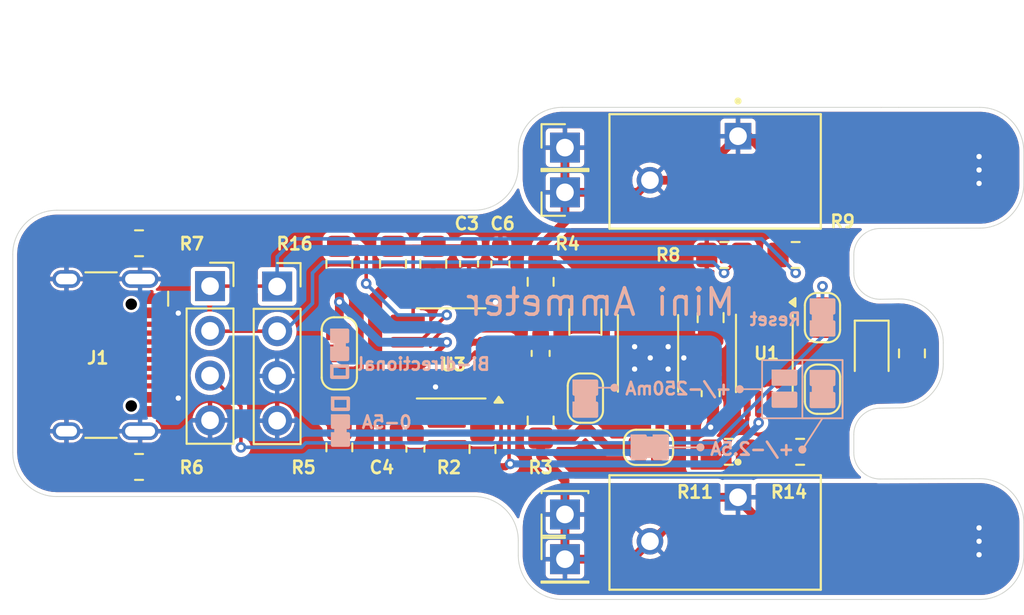
<source format=kicad_pcb>
(kicad_pcb (version 20240108) (generator "pcbnew") (generator_version "8.0")
  (layers (0 "F.Cu" signal) (31 "B.Cu" signal) (34 "B.Paste" user) (35 "F.Paste" user) (36 "B.SilkS" user "B.Silkscreen") (37 "F.SilkS" user "F.Silkscreen") (38 "B.Mask" user) (39 "F.Mask" user) (44 "Edge.Cuts" user))
  (net 0 "")
  (net 1 "GND")
  (net 2 "VCC")
  (net 3 "Net-(D1-K)")
  (net 4 "Net-(J1-CC2)")
  (net 5 "Net-(J1-CC1)")
  (net 6 "/SCK")
  (net 7 "/SDA")
  (net 8 "/+I")
  (net 9 "/COM")
  (net 10 "Net-(JP2-A)")
  (net 11 "Net-(JP3-A)")
  (net 12 "Net-(JP4-B)")
  (net 13 "AIN")
  (net 14 "/Gain_Flag")
  (net 15 "Net-(U3A-+)")
  (net 16 "Net-(U3A--)")
  (net 17 "Net-(U3B-+)")
  (net 18 "VREF")
  (net 19 "Net-(JP5-C)")
  (net 20 "Net-(U3B--)")
  (net 21 "/RST")
  (footprint "Resistor_SMD:R_0805_2012Metric_Pad1.20x1.40mm_HandSolder" (layer "F.Cu") (at 105.467 82.646 180)
    (property "Reference" "R6")
    (property "Value" "5.1k")
  )
  (footprint "Resistor_SMD:R_0805_2012Metric_Pad1.20x1.40mm_HandSolder" (layer "F.Cu") (at 143.002 81.788 180)
    (property "Reference" "R14")
    (property "Value" "4.7k")
  )
  (footprint "Jumper:SolderJumper-2_P1.3mm_Open_RoundedPad1.0x1.5mm" (layer "F.Cu") (at 130.81 78.74 -90)
    (property "Reference" "JP3" (hide yes))
    (property "Value" "Jumper_2_Small_Bridged" (hide yes))
  )
  (footprint "Connector_USB:USB_C_Receptacle_HCTL_HC-TYPE-C-16P-01A" (layer "F.Cu") (at 102.421 76.296 -90)
    (property "Reference" "J1")
    (property "Value" "USB_C_Receptacle_PowerOnly_24P" (hide yes))
  )
  (footprint "Resistor_SMD:R_0805_2012Metric_Pad1.20x1.40mm_HandSolder" (layer "F.Cu") (at 116.84 71.12 90)
    (property "Reference" "R16")
    (property "Value" "10k")
  )
  (footprint "Resistor_SMD:R_0805_2012Metric_Pad1.20x1.40mm_HandSolder" (layer "F.Cu") (at 138.954 81.788 180)
    (property "Reference" "R11")
    (property "Value" "4.7k")
  )
  (footprint "Connector_PinSocket_2.54mm:PinSocket_1x01_P2.54mm_Vertical" (layer "F.Cu") (at 129.65 67.056 180)
    (property "Reference" "J5" (hide yes))
    (property "Value" "Conn_01x01_Pin" (hide yes))
  )
  (footprint "Capacitor_SMD:C_0603_1608Metric_Pad1.08x0.95mm_HandSolder" (layer "F.Cu") (at 121.158 81.6345 90)
    (property "Reference" "C4")
    (property "Value" "100nF")
  )
  (footprint "Resistor_SMD:R_0805_2012Metric_Pad1.20x1.40mm_HandSolder" (layer "F.Cu") (at 124.968 81.6345 -90)
    (property "Reference" "R2")
    (property "Value" "100k")
  )
  (footprint "Resistor_SMD:R_0805_2012Metric_Pad1.20x1.40mm_HandSolder" (layer "F.Cu") (at 138.7 70.612)
    (property "Reference" "R8")
    (property "Value" "4.7k")
  )
  (footprint "Jumper:SolderJumper-3_P1.3mm_Bridged12_RoundedPad1.0x1.5mm_NumberLabels" (layer "F.Cu") (at 116.84 76.2 -90)
    (property "Reference" "JP5" (hide yes))
    (property "Value" "SolderJumper_3_Open" (hide yes))
  )
  (footprint "Jumper:SolderJumper-2_P1.3mm_Open_RoundedPad1.0x1.5mm" (layer "F.Cu") (at 134.389871 81.534 180)
    (property "Reference" "JP2" (hide yes))
    (property "Value" "Jumper_2_Small_Bridged" (hide yes))
  )
  (footprint "Resistor_SMD:R_0805_2012Metric_Pad1.20x1.40mm_HandSolder" (layer "F.Cu") (at 128.27 80.01 90)
    (property "Reference" "R3")
    (property "Value" "10k")
  )
  (footprint "Jumper:SolderJumper-2_P1.3mm_Open_RoundedPad1.0x1.5mm" (layer "F.Cu") (at 144.272 74.168 90)
    (property "Reference" "JP1" (hide yes))
    (property "Value" "Jumper_2_Small_Bridged" (hide yes))
  )
  (footprint "Connector_PinSocket_2.54mm:PinSocket_1x04_P2.54mm_Vertical" (layer "F.Cu") (at 113.309 72.4)
    (property "Reference" "J2" (hide yes))
    (property "Value" "Conn_01x04" (hide yes))
  )
  (footprint "Connector_PinSocket_2.54mm:PinSocket_1x01_P2.54mm_Vertical" (layer "F.Cu") (at 129.65 85.344 180)
    (property "Reference" "J4" (hide yes))
    (property "Value" "Conn_01x01_Pin" (hide yes))
  )
  (footprint "Capacitor_SMD:C_0603_1608Metric_Pad1.08x0.95mm_HandSolder" (layer "F.Cu") (at 128.27 76.2 90)
    (property "Reference" "C5" (hide yes))
    (property "Value" "47nF")
  )
  (footprint "Resistor_SMD:R_0805_2012Metric_Pad1.20x1.40mm_HandSolder" (layer "F.Cu") (at 122.174 71.12 90)
    (property "Reference" "R15" (hide yes))
    (property "Value" "20k")
  )
  (footprint "Connector_PinHeader_2.54mm:PinHeader_1x01_P2.54mm_Vertical" (layer "F.Cu") (at 129.65 87.884)
    (property "Reference" "J9" (hide yes))
    (property "Value" "Conn_01x01_Pin")
  )
  (footprint "Capacitor_SMD:C_0805_2012Metric_Pad1.18x1.45mm_HandSolder" (layer "F.Cu") (at 137.922 74.168 90)
    (property "Reference" "C1" (hide yes))
    (property "Value" "100uF")
  )
  (footprint "Resistor_SMD:R_0805_2012Metric_Pad1.20x1.40mm_HandSolder" (layer "F.Cu") (at 105.467 69.946 180)
    (property "Reference" "R7")
    (property "Value" "5.1k")
  )
  (footprint "Connector_PinSocket_2.54mm:PinSocket_1x04_P2.54mm_Vertical" (layer "F.Cu") (at 109.499 72.38)
    (property "Reference" "J3" (hide yes))
    (property "Value" "Conn_01x04" (hide yes))
  )
  (footprint "Jumper:SolderJumper-2_P1.3mm_Open_RoundedPad1.0x1.5mm" (layer "F.Cu") (at 144.272 78.232 -90)
    (property "Reference" "JP4" (hide yes))
    (property "Value" "Jumper_2_Small_Bridged" (hide yes))
  )
  (footprint "Capacitor_SMD:C_0603_1608Metric_Pad1.08x0.95mm_HandSolder" (layer "F.Cu") (at 124.206 71.12 -90)
    (property "Reference" "C6")
    (property "Value" "100nF")
  )
  (footprint "Package_SO:TSSOP-8_4.4x3mm_P0.65mm" (layer "F.Cu") (at 140.97 76.2 -90)
    (property "Reference" "U1")
    (property "Value" "ATtiny45V-10X" (hide yes))
  )
  (footprint "Resistor_SMD:R_0805_2012Metric_Pad1.20x1.40mm_HandSolder" (layer "F.Cu") (at 128.27 72.136 -90)
    (property "Reference" "R4")
    (property "Value" "10k")
  )
  (footprint "components:PHOENIX_1990009" (layer "F.Cu") (at 144.176 89.618 90)
    (property "Reference" "J7" (hide yes))
    (property "Value" "1990009")
  )
  (footprint "Resistor_SMD:R_2512_6332Metric_Pad1.40x3.35mm_HandSolder" (layer "F.Cu") (at 134.366 76.2 90)
    (property "Reference" "R1" (hide yes))
    (property "Value" "0.1")
  )
  (footprint "Connector_PinHeader_2.54mm:PinHeader_1x01_P2.54mm_Vertical" (layer "F.Cu") (at 129.65 64.516)
    (property "Reference" "J8" (hide yes))
    (property "Value" "Conn_01x01_Pin")
  )
  (footprint "Package_SO:SOIC-8_3.9x4.9mm_P1.27mm" (layer "F.Cu") (at 123.19 76.2 180)
    (property "Reference" "U3")
    (property "Value" "TLV9062xD")
  )
  (footprint "components:PHOENIX_1990009" (layer "F.Cu") (at 144.176 69.118 90)
    (property "Reference" "J6" (hide yes))
    (property "Value" "1990009")
  )
  (footprint "Capacitor_SMD:C_0603_1608Metric_Pad1.08x0.95mm_HandSolder" (layer "F.Cu") (at 125.984 71.12 90)
    (property "Reference" "C3")
    (property "Value" "100nF")
  )
  (footprint "LED_SMD:LED_0805_2012Metric_Pad1.15x1.40mm_HandSolder" (layer "F.Cu") (at 147.066 76.2 -90)
    (property "Reference" "D1" (hide yes))
    (property "Value" "LED")
  )
  (footprint "Resistor_SMD:R_0805_2012Metric_Pad1.20x1.40mm_HandSolder" (layer "F.Cu") (at 149.352 76.2 90)
    (property "Reference" "R12" (hide yes))
    (property "Value" "2.2k")
  )
  (footprint "Resistor_SMD:R_0805_2012Metric_Pad1.20x1.40mm_HandSolder" (layer "F.Cu") (at 142.748 70.612 180)
    (property "Reference" "R9")
    (property "Value" "4.7k")
  )
  (footprint "Capacitor_SMD:C_0603_1608Metric_Pad1.08x0.95mm_HandSolder" (layer "F.Cu") (at 137.922 78.486 -90)
    (property "Reference" "C2" (hide yes))
    (property "Value" "100nF")
  )
  (footprint "Resistor_SMD:R_0805_2012Metric_Pad1.20x1.40mm_HandSolder" (layer "F.Cu") (at 119.888 71.12 -90)
    (property "Reference" "R13" (hide yes))
    (property "Value" "20k")
  )
  (footprint "Resistor_SMD:R_1206_3216Metric_Pad1.30x1.75mm_HandSolder" (layer "F.Cu") (at 130.81 74.422 90)
    (property "Reference" "R10" (hide yes))
    (property "Value" "1" (hide yes))
  )
  (footprint "Resistor_SMD:R_0805_2012Metric_Pad1.20x1.40mm_HandSolder" (layer "F.Cu") (at 116.84 81.534 -90)
    (property "Reference" "R5")
    (property "Value" "100k")
  )
  (gr_circle (center 132.461 78.149381) (end 132.334 78.276381) (stroke (width 0.1)) (fill solid) (layer "B.SilkS"))
  (gr_rect (start 140.843 76.581) (end 145.415 79.883) (stroke (width 0.1)) (fill none) (layer "B.SilkS"))
  (gr_rect (start 116.413758 76.919514) (end 117.302758 77.554514) (stroke (width 0.2)) (fill none) (layer "B.SilkS"))
  (gr_rect (start 143.643472 78.486) (end 144.907 79.209957) (stroke (width 0.2)) (fill solid) (layer "B.SilkS"))
  (gr_rect (start 143.764 77.9145) (end 144.78 78.5495) (stroke (width 0.2)) (fill solid) (layer "B.SilkS"))
  (gr_circle (center 143.129 81.661) (end 143.002 81.788) (stroke (width 0.1)) (fill solid) (layer "B.SilkS"))
  (gr_rect (start 116.604258 75.522514) (end 117.112258 76.157514) (stroke (width 0.2)) (fill solid) (layer "B.SilkS"))
  (gr_rect (start 130.175 77.781064) (end 131.438528 78.505021) (stroke (width 0.2)) (fill solid) (layer "B.SilkS"))
  (gr_rect (start 130.295528 78.460543) (end 131.311528 79.095543) (stroke (width 0.2)) (fill solid) (layer "B.SilkS"))
  (gr_rect (start 130.175 79.032043) (end 131.438528 79.756) (stroke (width 0.2)) (fill solid) (layer "B.SilkS"))
  (gr_line (start 135.324936 81.534) (end 137.414 81.534) (stroke (width 0.1)) (layer "B.SilkS"))
  (gr_circle (center 139.573 78.232) (end 139.446 78.359) (stroke (width 0.1)) (fill solid) (layer "B.SilkS"))
  (gr_rect (start 116.459 78.74) (end 117.348 79.375) (stroke (width 0.2)) (fill none) (layer "B.SilkS"))
  (gr_rect (start 141.481236 78.466979) (end 142.744764 79.190936) (stroke (width 0.2)) (fill solid) (layer "B.SilkS"))
  (gr_rect (start 116.413758 75.903514) (end 117.302758 76.538514) (stroke (width 0.2)) (fill solid) (layer "B.SilkS"))
  (gr_rect (start 116.413758 74.887514) (end 117.302758 75.522514) (stroke (width 0.2)) (fill solid) (layer "B.SilkS"))
  (gr_line (start 140.843 78.232) (end 139.573 78.232) (stroke (width 0.1)) (layer "B.SilkS"))
  (gr_rect (start 141.481236 77.216) (end 142.744764 77.939957) (stroke (width 0.2)) (fill solid) (layer "B.SilkS"))
  (gr_rect (start 143.764 73.8505) (end 144.78 74.4855) (stroke (width 0.2)) (fill solid) (layer "B.SilkS"))
  (gr_rect (start 143.129 76.581) (end 145.415 79.883) (stroke (width 0.1)) (fill none) (layer "B.SilkS"))
  (gr_rect (start 143.643472 77.235021) (end 144.907 77.958978) (stroke (width 0.2)) (fill solid) (layer "B.SilkS"))
  (gr_rect (start 116.459 79.756) (end 117.348 80.391) (stroke (width 0.2)) (fill solid) (layer "B.SilkS"))
  (gr_rect (start 134.727979 80.899) (end 135.451936 82.162528) (stroke (width 0.2)) (fill solid) (layer "B.SilkS"))
  (gr_rect (start 143.643472 74.422) (end 144.907 75.145957) (stroke (width 0.2)) (fill solid) (layer "B.SilkS"))
  (gr_rect (start 133.477 80.899) (end 134.200957 82.162528) (stroke (width 0.2)) (fill solid) (layer "B.SilkS"))
  (gr_rect (start 134.137457 81.019528) (end 134.772457 82.035528) (stroke (width 0.2)) (fill solid) (layer "B.SilkS"))
  (gr_rect (start 116.6495 80.137) (end 117.1575 80.772) (stroke (width 0.2)) (fill solid) (layer "B.SilkS"))
  (gr_line (start 130.429 78.143043) (end 132.461 78.149381) (stroke (width 0.1)) (layer "B.SilkS"))
  (gr_circle (center 137.339605 81.534) (end 137.212605 81.661) (stroke (width 0.1)) (fill solid) (layer "B.SilkS"))
  (gr_rect (start 116.459 80.772) (end 117.348 81.407) (stroke (width 0.2)) (fill solid) (layer "B.SilkS"))
  (gr_line (start 144.272 79.883) (end 143.129 81.661) (stroke (width 0.1)) (layer "B.SilkS"))
  (gr_rect (start 143.643472 73.171021) (end 144.907 73.894978) (stroke (width 0.2)) (fill solid) (layer "B.SilkS"))
  (gr_arc (start 155.702 66.588) (mid 154.969767 68.355767) (end 153.219285 69.08794) (stroke (width 0.05)) (layer "Edge.Cuts"))
  (gr_arc (start 148.576163 73.109079) (mid 150.384129 73.827199) (end 151.13 75.6085) (stroke (width 0.05)) (layer "Edge.Cuts"))
  (gr_arc (start 98.298 70.572) (mid 99.030233 68.804233) (end 100.798 68.072) (stroke (width 0.05)) (layer "Edge.Cuts"))
  (gr_arc (start 155.702 87.67) (mid 154.969767 89.437767) (end 153.202 90.17) (stroke (width 0.05)) (layer "Edge.Cuts"))
  (gr_arc (start 147.550217 73.127998) (mid 146.48934 72.68866) (end 146.050003 71.628) (stroke (width 0.05)) (layer "Edge.Cuts"))
  (gr_line (start 129.5 62.23) (end 147.614 62.23) (stroke (width 0.05)) (layer "Edge.Cuts"))
  (gr_line (start 147.614 90.17) (end 148.59 90.17) (stroke (width 0.05)) (layer "Edge.Cuts"))
  (gr_line (start 155.702 64.73) (end 155.702 66.588) (stroke (width 0.05)) (layer "Edge.Cuts"))
  (gr_arc (start 100.798 84.328) (mid 99.030233 83.595767) (end 98.298 81.828) (stroke (width 0.05)) (layer "Edge.Cuts"))
  (gr_line (start 153.219285 69.08794) (end 147.550021 69.1075) (stroke (width 0.05)) (layer "Edge.Cuts"))
  (gr_arc (start 127 65.572) (mid 126.267767 67.339767) (end 124.5 68.072) (stroke (width 0.05)) (layer "Edge.Cuts"))
  (gr_arc (start 151.13 76.7915) (mid 150.397798 78.559235) (end 148.630094 79.2915) (stroke (width 0.05)) (layer "Edge.Cuts"))
  (gr_arc (start 146.05 80.811) (mid 146.48934 79.75034) (end 147.519376 79.311313) (stroke (width 0.05)) (layer "Edge.Cuts"))
  (gr_line (start 147.614 90.17) (end 129.5 90.17) (stroke (width 0.05)) (layer "Edge.Cuts"))
  (gr_line (start 127 87.67) (end 127 86.828) (stroke (width 0.05)) (layer "Edge.Cuts"))
  (gr_line (start 98.298 81.828) (end 98.298 70.572) (stroke (width 0.05)) (layer "Edge.Cuts"))
  (gr_line (start 148.59 62.23) (end 153.202 62.23) (stroke (width 0.05)) (layer "Edge.Cuts"))
  (gr_line (start 148.630094 79.2915) (end 147.519376 79.311313) (stroke (width 0.05)) (layer "Edge.Cuts"))
  (gr_line (start 151.13 75.6085) (end 151.13 76.7915) (stroke (width 0.05)) (layer "Edge.Cuts"))
  (gr_arc (start 124.5 84.328) (mid 126.267767 85.060233) (end 127 86.828) (stroke (width 0.05)) (layer "Edge.Cuts"))
  (gr_line (start 153.202 90.17) (end 148.59 90.17) (stroke (width 0.05)) (layer "Edge.Cuts"))
  (gr_line (start 148.59 62.23) (end 147.614 62.23) (stroke (width 0.05)) (layer "Edge.Cuts"))
  (gr_arc (start 153.202594 83.311998) (mid 154.969767 84.044233) (end 155.702002 85.812) (stroke (width 0.05)) (layer "Edge.Cuts"))
  (gr_arc (start 127 64.73) (mid 127.732233 62.962233) (end 129.5 62.23) (stroke (width 0.05)) (layer "Edge.Cuts"))
  (gr_line (start 100.798 68.072) (end 124.5 68.072) (stroke (width 0.05)) (layer "Edge.Cuts"))
  (gr_arc (start 147.549979 83.3315) (mid 146.48934 82.89216) (end 146.050001 81.8315) (stroke (width 0.05)) (layer "Edge.Cuts"))
  (gr_line (start 148.576163 73.109079) (end 147.550217 73.127998) (stroke (width 0.05)) (layer "Edge.Cuts"))
  (gr_line (start 127 65.572) (end 127 64.73) (stroke (width 0.05)) (layer "Edge.Cuts"))
  (gr_line (start 155.702 85.812) (end 155.702 87.67) (stroke (width 0.05)) (layer "Edge.Cuts"))
  (gr_arc (start 129.5 90.17) (mid 127.732233 89.437767) (end 127 87.67) (stroke (width 0.05)) (layer "Edge.Cuts"))
  (gr_arc (start 153.202 62.23) (mid 154.969767 62.962233) (end 155.702 64.73) (stroke (width 0.05)) (layer "Edge.Cuts"))
  (gr_line (start 147.549979 83.3315) (end 153.202594 83.311998) (stroke (width 0.05)) (layer "Edge.Cuts"))
  (gr_line (start 146.05 80.811) (end 146.05 81.8315) (stroke (width 0.05)) (layer "Edge.Cuts"))
  (gr_line (start 146.05 70.6075) (end 146.05 71.628) (stroke (width 0.05)) (layer "Edge.Cuts"))
  (gr_arc (start 146.05 70.6075) (mid 146.48934 69.54684) (end 147.550021 69.1075) (stroke (width 0.05)) (layer "Edge.Cuts"))
  (gr_line (start 124.5 84.328) (end 100.798 84.328) (stroke (width 0.05)) (layer "Edge.Cuts"))
  (gr_text "+/-250mA" (at 139.192 78.613 0) (layer "B.SilkS") (effects (font (size 0.7 0.7) (thickness 0.15) (bold yes)) (justify left bottom mirror)))
  (gr_text "Reset" (at 143.129 74.676 0) (layer "B.SilkS") (effects (font (size 0.7 0.7) (thickness 0.15) (bold yes)) (justify left bottom mirror)))
  (gr_text "Bi-directional" (at 125.476 77.216 0) (layer "B.SilkS") (effects (font (size 0.7 0.7) (thickness 0.15) (bold yes)) (justify left bottom mirror)))
  (gr_text "+/-2.5A" (at 142.748 82.042 0) (layer "B.SilkS") (effects (font (size 0.7 0.7) (thickness 0.15) (bold yes)) (justify left bottom mirror)))
  (gr_text "0-5A" (at 121.031 80.518 0) (layer "B.SilkS") (effects (font (size 0.7 0.7) (thickness 0.15) (bold yes)) (justify left bottom mirror)))
  (gr_text "Mini Ammeter" (at 139.446 74.168 0) (layer "B.SilkS") (effects (font (size 1.5 1.5) (thickness 0.2) (bold yes)) (justify left bottom mirror)))
  (segment (start 122.3115 71.9825) (end 122.174 72.12) (width 0.2) (layer "F.Cu") (net 1))
  (segment (start 125.704 74.192) (end 125.704 73.294514) (width 0.2) (layer "F.Cu") (net 1))
  (segment (start 137.922 79.3485) (end 137.922 80.391) (width 0.4) (layer "F.Cu") (net 1))
  (via (at 125.704 73.294514) (size 0.6) (drill 0.3) (layers "F.Cu" "B.Cu") (net 1))
  (via (at 137.922 80.391) (size 0.6) (drill 0.3) (layers "F.Cu" "B.Cu") (net 1))
  (segment (start 120.372 78.002) (end 120.611997 78.002) (width 0.2) (layer "F.Cu") (net 2))
  (segment (start 119.761002 78.105002) (end 120.714999 78.105002) (width 0.8) (layer "F.Cu") (net 2))
  (segment (start 122.300992 78.105002) (end 122.300994 78.105) (width 0.2) (layer "F.Cu") (net 2))
  (segment (start 137.922 77.6235) (end 137.921992 77.623508) (width 0.2) (layer "F.Cu") (net 2))
  (segment (start 113.309 77.48) (end 113.309 77.571744) (width 0.2) (layer "F.Cu") (net 2))
  (segment (start 147.066 77.225) (end 146.821 77.225) (width 0.2) (layer "F.Cu") (net 2))
  (segment (start 106.166 73.896) (end 106.69841 73.896) (width 0.2) (layer "F.Cu") (net 2))
  (segment (start 118.872 73.136) (end 118.872 77.216) (width 0.8) (layer "F.Cu") (net 2))
  (segment (start 120.611997 78.002) (end 120.714999 78.105002) (width 0.2) (layer "F.Cu") (net 2))
  (segment (start 118.872 77.216) (end 119.761002 78.105002) (width 0.8) (layer "F.Cu") (net 2))
  (segment (start 107.652 78.696) (end 107.696 78.74) (width 0.2) (layer "F.Cu") (net 2))
  (segment (start 120.714999 78.105002) (end 122.300992 78.105002) (width 0.2) (layer "F.Cu") (net 2))
  (segment (start 119.888 72.12) (end 118.872 73.136) (width 0.8) (layer "F.Cu") (net 2))
  (segment (start 106.166 73.896) (end 107.678 73.896) (width 0.3) (layer "F.Cu") (net 2))
  (segment (start 106.166 78.696) (end 107.652 78.696) (width 0.3) (layer "F.Cu") (net 2))
  (segment (start 107.678 73.896) (end 107.696 73.914) (width 0.2) (layer "F.Cu") (net 2))
  (via (at 133.604 75.819) (size 0.6) (drill 0.3) (layers "F.Cu" "B.Cu") (net 2))
  (via (at 135.509 77.089) (size 0.6) (drill 0.3) (layers "F.Cu" "B.Cu") (net 2))
  (via (at 107.696 78.74) (size 0.6) (drill 0.3) (layers "F.Cu" "B.Cu") (net 2))
  (via (at 122.300994 78.105) (size 0.6) (drill 0.3) (layers "F.Cu" "B.Cu") (net 2))
  (via (at 135.509 75.819) (size 0.6) (drill 0.3) (layers "F.Cu" "B.Cu") (net 2))
  (via (at 107.696 73.914) (size 0.6) (drill 0.3) (layers "F.Cu" "B.Cu") (net 2))
  (via (at 133.604 77.089) (size 0.6) (drill 0.3) (layers "F.Cu" "B.Cu") (net 2))
  (via (at 134.493 76.454) (size 0.6) (drill 0.3) (layers "F.Cu" "B.Cu") (net 2))
  (via (at 136.398 76.454) (size 0.6) (drill 0.3) (layers "F.Cu" "B.Cu") (net 2))
  (segment (start 149.327 75.175) (end 149.352 75.2) (width 0.2) (layer "F.Cu") (net 3))
  (segment (start 147.091 75.175) (end 147.066 75.2) (width 0.2) (layer "F.Cu") (net 3))
  (segment (start 147.066 75.175) (end 149.327 75.175) (width 0.2) (layer "F.Cu") (net 3))
  (segment (start 104.467 82.646) (end 103.632 81.811) (width 0.2) (layer "F.Cu") (net 4))
  (segment (start 103.632 81.811) (end 103.632 79.502) (width 0.2) (layer "F.Cu") (net 4))
  (segment (start 105.088 78.046) (end 106.166 78.046) (width 0.2) (layer "F.Cu") (net 4))
  (segment (start 103.632 79.502) (end 105.088 78.046) (width 0.2) (layer "F.Cu") (net 4))
  (segment (start 104.467 69.946) (end 103.632 70.781) (width 0.2) (layer "F.Cu") (net 5))
  (segment (start 103.632 73.66) (end 105.018 75.046) (width 0.2) (layer "F.Cu") (net 5))
  (segment (start 103.632 70.781) (end 103.632 73.66) (width 0.2) (layer "F.Cu") (net 5))
  (segment (start 105.018 75.046) (end 106.166 75.046) (width 0.2) (layer "F.Cu") (net 5))
  (segment (start 109.284 74.92) (end 109.304 74.94) (width 0.2) (layer "F.Cu") (net 6))
  (segment (start 108.784 74.92) (end 109.284 74.92) (width 0.2) (layer "F.Cu") (net 6))
  (segment (start 139.7 70.612) (end 140.645 71.557) (width 0.2) (layer "F.Cu") (net 6))
  (segment (start 109.304 74.94) (end 113.309 74.94) (width 0.2) (layer "F.Cu") (net 6))
  (segment (start 138.684 71.628) (end 139.7 70.612) (width 0.2) (layer "F.Cu") (net 6))
  (segment (start 140.645 71.557) (end 140.645 73.3375) (width 0.2) (layer "F.Cu") (net 6))
  (via (at 138.684 71.628) (size 0.6) (drill 0.3) (layers "F.Cu" "B.Cu") (net 6))
  (segment (start 115.316 71.628) (end 115.9256 71.0184) (width 0.2) (layer "B.Cu") (net 6))
  (segment (start 113.309 74.94) (end 113.7312 74.94) (width 0.2) (layer "B.Cu") (net 6))
  (segment (start 115.316 73.3552) (end 115.316 71.628) (width 0.2) (layer "B.Cu") (net 6))
  (segment (start 113.7312 74.94) (end 115.316 73.3552) (width 0.2) (layer "B.Cu") (net 6))
  (segment (start 138.0744 71.0184) (end 138.684 71.628) (width 0.2) (layer "B.Cu") (net 6))
  (segment (start 115.9256 71.0184) (end 138.0744 71.0184) (width 0.2) (layer "B.Cu") (net 6))
  (segment (start 108.784 72.38) (end 113.289 72.38) (width 0.2) (layer "F.Cu") (net 7))
  (segment (start 141.748 70.612) (end 141.295 71.065) (width 0.2) (layer "F.Cu") (net 7))
  (segment (start 141.295 71.065) (end 141.295 73.3375) (width 0.2) (layer "F.Cu") (net 7))
  (segment (start 142.748 71.628038) (end 142.748 71.612) (width 0.2) (layer "F.Cu") (net 7))
  (segment (start 142.748 71.612) (end 141.748 70.612) (width 0.2) (layer "F.Cu") (net 7))
  (segment (start 113.289 72.38) (end 113.309 72.4) (width 0.2) (layer "F.Cu") (net 7))
  (via (at 142.748 71.628038) (size 0.6) (drill 0.3) (layers "F.Cu" "B.Cu") (net 7))
  (segment (start 140.817562 69.6976) (end 142.748 71.628038) (width 0.2) (layer "B.Cu") (net 7))
  (segment (start 113.309 72.4) (end 113.309 70.714) (width 0.2) (layer "B.Cu") (net 7))
  (segment (start 113.309 70.714) (end 114.3254 69.6976) (width 0.2) (layer "B.Cu") (net 7))
  (segment (start 114.3254 69.6976) (end 140.817562 69.6976) (width 0.2) (layer "B.Cu") (net 7))
  (segment (start 130.81 80.264) (end 132.08 81.534) (width 0.5) (layer "F.Cu") (net 8))
  (segment (start 128.27 82.042) (end 128.27 81.01) (width 0.5) (layer "F.Cu") (net 8))
  (segment (start 130.81 80.264) (end 130.81 79.39) (width 0.5) (layer "F.Cu") (net 8))
  (segment (start 129.65 87.884) (end 133.46 87.884) (width 0.5) (layer "F.Cu") (net 8))
  (segment (start 129.65 83.422) (end 128.27 82.042) (width 0.5) (layer "F.Cu") (net 8))
  (segment (start 141.859 86.868) (end 153.162002 86.868) (width 0.5) (layer "F.Cu") (net 8))
  (segment (start 133.46 87.884) (end 134.476 86.868) (width 0.5) (layer "F.Cu") (net 8))
  (segment (start 128.27 81.026) (end 128.524 81.28) (width 0.5) (layer "F.Cu") (net 8))
  (segment (start 139.476 84.368) (end 139.476 84.485) (width 0.5) (layer "F.Cu") (net 8))
  (segment (start 137.12 84.368) (end 139.476 84.368) (width 0.5) (layer "F.Cu") (net 8))
  (segment (start 134.476 86.868) (end 134.62 86.868) (width 0.5) (layer "F.Cu") (net 8))
  (segment (start 129.65 85.344) (end 129.65 83.422) (width 0.5) (layer "F.Cu") (net 8))
  (segment (start 129.65 85.344) (end 129.65 87.884) (width 0.5) (layer "F.Cu") (net 8))
  (segment (start 128.27 81.01) (end 128.27 81.026) (width 0.5) (layer "F.Cu") (net 8))
  (segment (start 128.27 81.01) (end 130.064 81.01) (width 0.5) (layer "F.Cu") (net 8))
  (segment (start 132.08 81.534) (end 133.739871 81.534) (width 0.5) (layer "F.Cu") (net 8))
  (segment (start 130.064 81.01) (end 130.81 80.264) (width 0.5) (layer "F.Cu") (net 8))
  (segment (start 139.476 84.485) (end 141.859 86.868) (width 0.5) (layer "F.Cu") (net 8))
  (segment (start 134.62 86.868) (end 137.12 84.368) (width 0.5) (layer "F.Cu") (net 8))
  (via (at 153.162 87.63) (size 0.6) (drill 0.3) (layers "F.Cu" "B.Cu") (net 8))
  (via (at 153.162 86.106) (size 0.6) (drill 0.3) (layers "F.Cu" "B.Cu") (net 8))
  (via (at 153.162002 86.868) (size 0.6) (drill 0.3) (layers "F.Cu" "B.Cu") (net 8))
  (segment (start 131.572 73.152) (end 131.574 73.15) (width 0.2) (layer "F.Cu") (net 9))
  (segment (start 129.074 71.136) (end 128.27 71.136) (width 0.5) (layer "F.Cu") (net 9))
  (segment (start 140.068 63.868) (end 141.986 65.786) (width 0.5) (layer "F.Cu") (net 9))
  (segment (start 129.65 67.056) (end 133.788 67.056) (width 0.5) (layer "F.Cu") (net 9))
  (segment (start 129.65 67.056) (end 129.65 68.724) (width 0.5) (layer "F.Cu") (net 9))
  (segment (start 130.81 72.872) (end 129.074 71.136) (width 0.5) (layer "F.Cu") (net 9))
  (segment (start 134.088 72.872) (end 134.366 73.15) (width 0.5) (layer "F.Cu") (net 9))
  (segment (start 136.976 66.368) (end 139.476 63.868) (width 0.5) (layer "F.Cu") (net 9))
  (segment (start 134.476 66.368) (end 136.976 66.368) (width 0.5) (layer "F.Cu") (net 9))
  (segment (start 133.788 67.056) (end 134.476 66.368) (width 0.5) (layer "F.Cu") (net 9))
  (segment (start 139.476 63.868) (end 140.068 63.868) (width 0.5) (layer "F.Cu") (net 9))
  (segment (start 141.986 65.786) (end 153.162 65.786) (width 0.5) (layer "F.Cu") (net 9))
  (segment (start 130.81 72.872) (end 134.088 72.872) (width 0.5) (layer "F.Cu") (net 9))
  (segment (start 128.27 70.104) (end 128.27 71.136) (width 0.5) (layer "F.Cu") (net 9))
  (segment (start 129.65 64.516) (end 129.65 67.056) (width 0.5) (layer "F.Cu") (net 9))
  (segment (start 129.65 68.724) (end 128.27 70.104) (width 0.5) (layer "F.Cu") (net 9))
  (via (at 153.162 65.786) (size 0.6) (drill 0.3) (layers "F.Cu" "B.Cu") (net 9))
  (via (at 153.162 66.548) (size 0.6) (drill 0.3) (layers "F.Cu" "B.Cu") (net 9))
  (via (at 153.162 65.024) (size 0.6) (drill 0.3) (layers "F.Cu" "B.Cu") (net 9))
  (segment (start 135.039871 81.534) (end 135.039871 79.923871) (width 0.5) (layer "F.Cu") (net 10))
  (segment (start 135.039871 79.923871) (end 134.366 79.25) (width 0.2) (layer "F.Cu") (net 10))
  (segment (start 130.81 78.09) (end 130.81 75.972) (width 0.5) (layer "F.Cu") (net 11))
  (segment (start 144.002 81.788) (end 144.002 80.534) (width 0.2) (layer "F.Cu") (net 12))
  (segment (start 144.272 80.264) (end 144.272 78.882) (width 0.2) (layer "F.Cu") (net 12))
  (segment (start 144.002 80.534) (end 144.272 80.264) (width 0.2) (layer "F.Cu") (net 12))
  (segment (start 140.645 79.0625) (end 140.645 80.137) (width 0.2) (layer "F.Cu") (net 13))
  (segment (start 125.186418 82.6345) (end 126.2805 82.6345) (width 0.4) (layer "F.Cu") (net 13))
  (segment (start 126.2805 82.6345) (end 126.483598 82.431402) (width 0.4) (layer "F.Cu") (net 13))
  (segment (start 126.47668 78.77468) (end 126.47668 82.626098) (width 0.2) (layer "F.Cu") (net 13))
  (segment (start 124.98332 82.431402) (end 125.186418 82.6345) (width 0.4) (layer "F.Cu") (net 13))
  (segment (start 125.704 78.002) (end 126.47668 78.77468) (width 0.2) (layer "F.Cu") (net 13))
  (via (at 140.645 80.137) (size 0.6) (drill 0.3) (layers "F.Cu" "B.Cu") (net 13))
  (via (at 126.542911 82.473911) (size 0.6) (drill 0.3) (layers "F.Cu" "B.Cu") (net 13))
  (segment (start 138.43509 82.47391) (end 140.645 80.264) (width 0.4) (layer "B.Cu") (net 13))
  (segment (start 126.54291 82.47391) (end 138.43509 82.47391) (width 0.4) (layer "B.Cu") (net 13))
  (segment (start 140.645 80.264) (end 140.645 80.137) (width 0.4) (layer "B.Cu") (net 13))
  (segment (start 141.295 79.0625) (end 141.295 79.8778) (width 0.2) (layer "F.Cu") (net 14))
  (segment (start 142.002 80.5848) (end 142.002 81.788) (width 0.2) (layer "F.Cu") (net 14))
  (segment (start 141.295 79.8778) (end 142.002 80.5848) (width 0.2) (layer "F.Cu") (net 14))
  (segment (start 139.954 81.788) (end 142.002 81.788) (width 0.2) (layer "F.Cu") (net 14))
  (segment (start 125.807 75.565) (end 128.0425 75.565) (width 0.2) (layer "F.Cu") (net 15))
  (segment (start 118.618 82.55) (end 119.253 81.915) (width 0.4) (layer "F.Cu") (net 15))
  (segment (start 127.1165 71.9825) (end 128.27 73.136) (width 0.2) (layer "F.Cu") (net 15))
  (segment (start 120.142 79.248) (end 122.428 79.248) (width 0.4) (layer "F.Cu") (net 15))
  (segment (start 119.253 81.915) (end 119.253 80.137) (width 0.4) (layer "F.Cu") (net 15))
  (segment (start 128.0425 75.565) (end 128.27 75.3375) (width 0.2) (layer "F.Cu") (net 15))
  (segment (start 125.984 71.9825) (end 127.1165 71.9825) (width 0.2) (layer "F.Cu") (net 15))
  (segment (start 125.704 75.462) (end 125.807 75.565) (width 0.2) (layer "F.Cu") (net 15))
  (segment (start 123.19 78.486) (end 123.19 76.708) (width 0.4) (layer "F.Cu") (net 15))
  (segment (start 122.428 79.248) (end 123.19 78.486) (width 0.4) (layer "F.Cu") (net 15))
  (segment (start 124.333 75.565) (end 125.601 75.565) (width 0.4) (layer "F.Cu") (net 15))
  (segment (start 128.27 73.136) (end 128.27 75.3375) (width 0.2) (layer "F.Cu") (net 15))
  (segment (start 117.348 82.55) (end 118.618 82.55) (width 0.4) (layer "F.Cu") (net 15))
  (segment (start 123.19 76.708) (end 124.333 75.565) (width 0.4) (layer "F.Cu") (net 15))
  (segment (start 119.253 80.137) (end 120.142 79.248) (width 0.4) (layer "F.Cu") (net 15))
  (segment (start 128.27 79.01) (end 128.27 77.0625) (width 0.2) (layer "F.Cu") (net 16))
  (segment (start 124.587 76.835) (end 123.952 77.47) (width 0.2) (layer "F.Cu") (net 16))
  (segment (start 124.8305 80.772) (end 124.968 80.6345) (width 0.2) (layer "F.Cu") (net 16))
  (segment (start 123.952 79.6185) (end 124.968 80.6345) (width 0.2) (layer "F.Cu") (net 16))
  (segment (start 128.27 77.0625) (end 128.0425 76.835) (width 0.2) (layer "F.Cu") (net 16))
  (segment (start 128.0425 76.835) (end 124.587 76.835) (width 0.2) (layer "F.Cu") (net 16))
  (segment (start 121.158 80.772) (end 124.8305 80.772) (width 0.2) (layer "F.Cu") (net 16))
  (segment (start 123.952 77.47) (end 123.952 79.6185) (width 0.2) (layer "F.Cu") (net 16))
  (segment (start 121.031 73.979) (end 121.031 70.12) (width 0.2) (layer "F.Cu") (net 17))
  (segment (start 122.174 70.12) (end 120.288 70.12) (width 0.2) (layer "F.Cu") (net 17))
  (segment (start 124.206 70.2575) (end 124.0525 70.104) (width 0.2) (layer "F.Cu") (net 17))
  (segment (start 121.031 70.12) (end 122.174 70.12) (width 0.2) (layer "F.Cu") (net 17))
  (segment (start 120.715 74.295) (end 121.031 73.979) (width 0.2) (layer "F.Cu") (net 17))
  (segment (start 122.19 70.104) (end 122.174 70.12) (width 0.2) (layer "F.Cu") (net 17))
  (segment (start 124.0525 70.104) (end 122.19 70.104) (width 0.2) (layer "F.Cu") (net 17))
  (segment (start 120.715 76.771) (end 120.715 76.835) (width 0.3) (layer "F.Cu") (net 18))
  (segment (start 116.84 74.9) (end 116.84 73.279006) (width 0.5) (layer "F.Cu") (net 18))
  (segment (start 116.84 73.279006) (end 116.84 72.12) (width 0.5) (layer "F.Cu") (net 18))
  (segment (start 120.715 76.835) (end 121.66598 76.835) (width 0.3) (layer "F.Cu") (net 18))
  (segment (start 121.66598 76.835) (end 122.936 75.56498) (width 0.3) (layer "F.Cu") (net 18))
  (via (at 116.84 73.279006) (size 0.6) (drill 0.3) (layers "F.Cu" "B.Cu") (net 18))
  (via (at 122.936 75.56498) (size 0.6) (drill 0.3) (layers "F.Cu" "B.Cu") (net 18))
  (segment (start 119.125974 75.56498) (end 116.84 73.279006) (width 0.5) (layer "B.Cu") (net 18))
  (segment (start 122.936 75.56498) (end 119.125974 75.56498) (width 0.5) (layer "B.Cu") (net 18))
  (segment (start 116.84 76.2) (end 115.824 76.2) (width 0.4) (layer "F.Cu") (net 19))
  (segment (start 115.824 76.2) (end 115.316 76.708) (width 0.4) (layer "F.Cu") (net 19))
  (segment (start 115.316 79.248) (end 116.602 80.534) (width 0.4) (layer "F.Cu") (net 19))
  (segment (start 115.316 76.708) (end 115.316 79.248) (width 0.4) (layer "F.Cu") (net 19))
  (segment (start 118.363998 72.237596) (end 118.364002 72.2376) (width 0.2) (layer "F.Cu") (net 20))
  (segment (start 117.872 70.12) (end 118.364002 70.612002) (width 0.2) (layer "F.Cu") (net 20))
  (segment (start 120.754 75.462) (end 121.491471 75.462) (width 0.2) (layer "F.Cu") (net 20))
  (segment (start 116.84 70.12) (end 117.872 70.12) (width 0.2) (layer "F.Cu") (net 20))
  (segment (start 121.491471 75.462) (end 122.936008 74.017463) (width 0.2) (layer "F.Cu") (net 20))
  (segment (start 118.364002 70.612002) (end 118.364002 72.2376) (width 0.2) (layer "F.Cu") (net 20))
  (via (at 122.936008 74.017463) (size 0.6) (drill 0.3) (layers "F.Cu" "B.Cu") (net 20))
  (via (at 118.364002 72.2376) (size 0.6) (drill 0.3) (layers "F.Cu" "B.Cu") (net 20))
  (segment (start 122.936008 74.017463) (end 120.143865 74.017463) (width 0.2) (layer "B.Cu") (net 20))
  (segment (start 120.143865 74.017463) (end 118.364002 72.2376) (width 0.2) (layer "B.Cu") (net 20))
  (segment (start 111.252005 79.213005) (end 111.252005 81.534005) (width 0.2) (layer "F.Cu") (net 21))
  (segment (start 142.0135 73.406) (end 141.945 73.3375) (width 0.2) (layer "F.Cu") (net 21))
  (segment (start 144.272 73.518) (end 144.16 73.406) (width 0.2) (layer "F.Cu") (net 21))
  (segment (start 144.16 73.406) (end 142.0135 73.406) (width 0.2) (layer "F.Cu") (net 21))
  (segment (start 144.272 73.518) (end 144.272 72.389984) (width 0.2) (layer "F.Cu") (net 21))
  (segment (start 109.499 77.46) (end 111.252005 79.213005) (width 0.2) (layer "F.Cu") (net 21))
  (via (at 111.252005 81.534005) (size 0.6) (drill 0.3) (layers "F.Cu" "B.Cu") (net 21))
  (via (at 144.272 72.389984) (size 0.6) (drill 0.3) (layers "F.Cu" "B.Cu") (net 21))
  (segment (start 114.935 81.28) (end 114.681 81.534) (width 0.2) (layer "B.Cu") (net 21))
  (segment (start 114.681 81.534) (end 111.25201 81.534) (width 0.2) (layer "B.Cu") (net 21))
  (segment (start 144.272 72.389984) (end 144.272 75.2348) (width 0.2) (layer "B.Cu") (net 21))
  (segment (start 144.272 75.2348) (end 138.2268 81.28) (width 0.2) (layer "B.Cu") (net 21))
  (segment (start 111.25201 81.534) (end 111.252005 81.534005) (width 0.2) (layer "B.Cu") (net 21))
  (segment (start 138.2268 81.28) (end 114.935 81.28) (width 0.2) (layer "B.Cu") (net 21))
  (zone (net 2) (net_name "VCC") (layer "F.Cu") (priority 2) (connect_pads (clearance 0.25)) (min_thickness 0.15) (fill yes (thermal_gap 0.15) (thermal_bridge_width 0.25))
    (polygon (pts (xy 136.652 74.168) (xy 139.192 74.168) (xy 139.192 76.2) (xy 140.716 76.2) (xy 140.716 75.565) (xy 148.209 75.565) (xy 148.209 78.232) (xy 145.923 78.232) (xy 145.923 77.216) (xy 145.923 76.835) (xy 142.748 76.835) (xy 142.748 80.264) (xy 142.748 81.534) (xy 139.192 81.534) (xy 139.192 82.804) (xy 136.779 82.804) (xy 136.779 77.724) (xy 132.461 77.724) (xy 132.461 74.676) (xy 136.652 74.676)))
  )
  (zone (net 8) (net_name "/+I") (layers "F&B.Cu") (priority 1) (connect_pads (clearance 0.15)) (min_thickness 0.25) (fill yes (thermal_gap 0.25) (thermal_bridge_width 0.25) (smoothing fillet) (radius 2.5))
    (polygon (pts (xy 127.254 83.566) (xy 155.448 83.566) (xy 155.448 89.916) (xy 127.254 89.916)))
  )
  (zone (net 9) (net_name "/COM") (layers "F&B.Cu") (priority 1) (connect_pads (clearance 0.15)) (min_thickness 0.25) (fill yes (thermal_gap 0.25) (thermal_bridge_width 0.25) (smoothing fillet) (radius 2.5))
    (polygon (pts (xy 127.254 62.484) (xy 155.448 62.484) (xy 155.448 68.834) (xy 127.254 68.834)))
  )
  (zone (net 1) (net_name "GND") (layers "F&B.Cu") (connect_pads (clearance 0.25)) (min_thickness 0.15) (fill yes (thermal_gap 0.15) (thermal_bridge_width 0.25))
    (polygon (pts (xy 98.298 62.23) (xy 98.298 90.222) (xy 151.152 90.17) (xy 151.152 62.23)))
  )
  (zone (net 2) (net_name "VCC") (layer "B.Cu") (connect_pads (clearance 0.25)) (min_thickness 0.15) (fill yes (thermal_gap 0.15) (thermal_bridge_width 0.25))
    (polygon (pts (xy 116.332 76.389) (xy 116.333886 76.467659) (xy 116.368893 76.621031) (xy 116.43715 76.762769) (xy 116.535236 76.885764) (xy 116.658231 76.98385) (xy 116.799969 77.052107) (xy 116.953341 77.087114) (xy 117.032 77.089) (xy 123.887 77.089) (xy 123.965659 77.087114) (xy 124.119031 77.052107) (xy 124.260769 76.98385) (xy 124.383764 76.885764) (xy 124.48185 76.762769) (xy 124.550107 76.621031) (xy 124.585114 76.467659) (xy 124.587 76.389) (xy 124.587 75.884) (xy 124.588886 75.805341) (xy 124.623893 75.651969) (xy 124.69215 75.510231) (xy 124.790236 75.387236) (xy 124.913231 75.28915) (xy 125.054969 75.220893) (xy 125.208341 75.185886) (xy 125.287 75.184) (xy 137.857 75.184) (xy 137.935659 75.185886) (xy 138.089031 75.220893) (xy 138.230769 75.28915) (xy 138.353764 75.387236) (xy 138.45185 75.510231) (xy 138.520107 75.651969) (xy 138.555114 75.805341) (xy 138.557 75.884) (xy 138.557 78.994) (xy 137.287 80.264) (xy 138.557 78.994) (xy 137.287 80.264) (xy 115.316 80.264) (xy 114.046 79.121) (xy 108.839 79.121) (xy 107.696 80.264) (xy 106.872 80.264) (xy 106.793341 80.262114) (xy 106.639969 80.227107) (xy 106.498231 80.15885) (xy 106.375236 80.060764) (xy 106.27715 79.937769) (xy 106.208893 79.796031) (xy 106.173886 79.642659) (xy 106.172 79.564) (xy 106.172 73.344) (xy 106.173886 73.265341) (xy 106.208893 73.111969) (xy 106.27715 72.970231) (xy 106.375236 72.847236) (xy 106.498231 72.74915) (xy 106.639969 72.680893) (xy 106.793341 72.645886) (xy 106.872 72.644) (xy 108.647 72.644) (xy 108.725659 72.645886) (xy 108.879031 72.680893) (xy 109.020769 72.74915) (xy 109.143764 72.847236) (xy 109.24185 72.970231) (xy 109.310107 73.111969) (xy 109.345114 73.265341) (xy 109.347 73.344) (xy 109.347 74.484) (xy 109.348886 74.562659) (xy 109.383893 74.716031) (xy 109.45215 74.857769) (xy 109.550236 74.980764) (xy 109.673231 75.07885) (xy 109.814969 75.147107) (xy 109.968341 75.182114) (xy 110.047 75.184) (xy 115.632 75.184) (xy 115.710659 75.185886) (xy 115.864031 75.220893) (xy 116.005769 75.28915) (xy 116.128764 75.387236) (xy 116.22685 75.510231) (xy 116.295107 75.651969) (xy 116.330114 75.805341) (xy 116.332 75.884)))
  )
)
</source>
